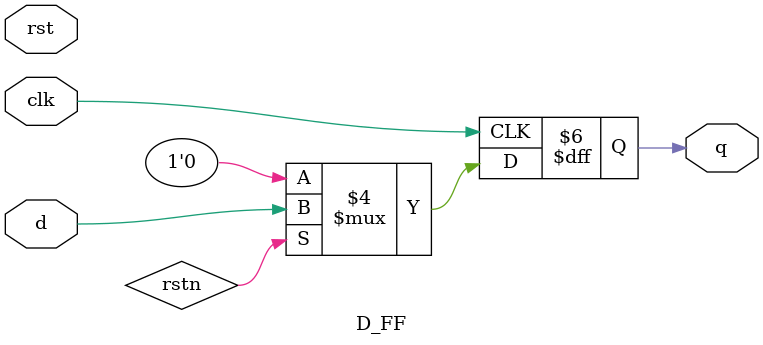
<source format=v>
module D_FF(input d, clk, rst,
            output reg q);
  always@(posedge clk)
    begin
      if(!rstn)
        q<=0;
      else
        q<=d;
    end
endmodule

</source>
